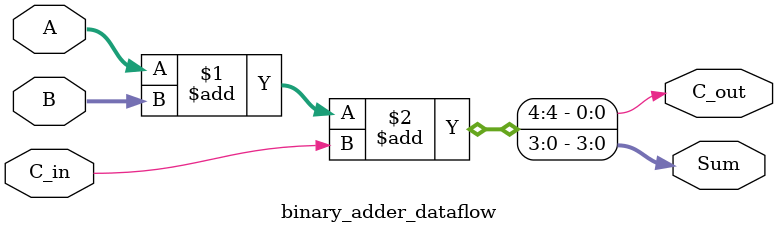
<source format=v>
module binary_adder_dataflow(
    output[3:0] Sum,
    output C_out,
    input[3:0] A,
    input[3:0] B,
    input C_in
    );
    assign {C_out, Sum} = A + B + C_in;
    endmodule
    
</source>
